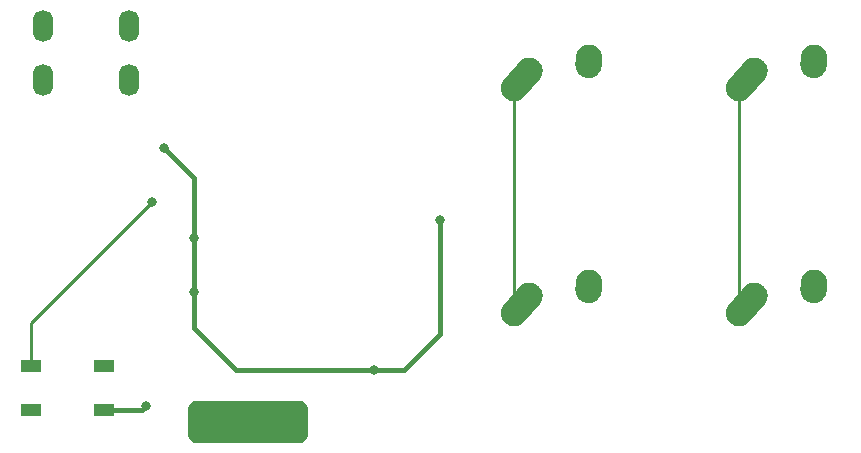
<source format=gtl>
%TF.GenerationSoftware,KiCad,Pcbnew,(5.1.6)-1*%
%TF.CreationDate,2020-06-28T09:04:37-05:00*%
%TF.ProjectId,PcbTUT,50636254-5554-42e6-9b69-6361645f7063,rev?*%
%TF.SameCoordinates,Original*%
%TF.FileFunction,Copper,L1,Top*%
%TF.FilePolarity,Positive*%
%FSLAX46Y46*%
G04 Gerber Fmt 4.6, Leading zero omitted, Abs format (unit mm)*
G04 Created by KiCad (PCBNEW (5.1.6)-1) date 2020-06-28 09:04:37*
%MOMM*%
%LPD*%
G01*
G04 APERTURE LIST*
%TA.AperFunction,ComponentPad*%
%ADD10C,2.250000*%
%TD*%
%TA.AperFunction,ComponentPad*%
%ADD11O,1.700000X2.700000*%
%TD*%
%TA.AperFunction,SMDPad,CuDef*%
%ADD12R,1.800000X1.100000*%
%TD*%
%TA.AperFunction,ViaPad*%
%ADD13C,0.800000*%
%TD*%
%TA.AperFunction,Conductor*%
%ADD14C,0.381000*%
%TD*%
%TA.AperFunction,Conductor*%
%ADD15C,0.254000*%
%TD*%
%TA.AperFunction,NonConductor*%
%ADD16C,0.254000*%
%TD*%
G04 APERTURE END LIST*
D10*
%TO.P,MX2,1*%
%TO.N,COL0*%
X110212500Y-103950000D03*
%TA.AperFunction,ComponentPad*%
G36*
G01*
X108151183Y-106247345D02*
X108151183Y-106247345D01*
G75*
G02*
X108065155Y-104658683I751317J837345D01*
G01*
X109375157Y-103198683D01*
G75*
G02*
X110963819Y-103112655I837345J-751317D01*
G01*
X110963819Y-103112655D01*
G75*
G02*
X111049847Y-104701317I-751317J-837345D01*
G01*
X109739845Y-106161317D01*
G75*
G02*
X108151183Y-106247345I-837345J751317D01*
G01*
G37*
%TD.AperFunction*%
%TO.P,MX2,2*%
%TO.N,Net-(D3-Pad2)*%
X115252500Y-102870000D03*
%TA.AperFunction,ComponentPad*%
G36*
G01*
X115135097Y-104572334D02*
X115135097Y-104572334D01*
G75*
G02*
X114090166Y-103372597I77403J1122334D01*
G01*
X114130166Y-102792597D01*
G75*
G02*
X115329903Y-101747666I1122334J-77403D01*
G01*
X115329903Y-101747666D01*
G75*
G02*
X116374834Y-102947403I-77403J-1122334D01*
G01*
X116334834Y-103527403D01*
G75*
G02*
X115135097Y-104572334I-1122334J77403D01*
G01*
G37*
%TD.AperFunction*%
%TD*%
D11*
%TO.P,USB1,6*%
%TO.N,Net-(USB1-Pad6)*%
X68994000Y-81127600D03*
X76294000Y-81127600D03*
X76294000Y-85627600D03*
X68994000Y-85627600D03*
%TD*%
D12*
%TO.P,SW1,4*%
%TO.N,N/C*%
X68020000Y-113610000D03*
%TO.P,SW1,3*%
X74220000Y-109910000D03*
%TO.P,SW1,2*%
%TO.N,Net-(R3-Pad2)*%
X68020000Y-109910000D03*
%TO.P,SW1,1*%
%TO.N,GND*%
X74220000Y-113610000D03*
%TD*%
D10*
%TO.P,MX3,1*%
%TO.N,COL1*%
X129262500Y-103950000D03*
%TA.AperFunction,ComponentPad*%
G36*
G01*
X127201183Y-106247345D02*
X127201183Y-106247345D01*
G75*
G02*
X127115155Y-104658683I751317J837345D01*
G01*
X128425157Y-103198683D01*
G75*
G02*
X130013819Y-103112655I837345J-751317D01*
G01*
X130013819Y-103112655D01*
G75*
G02*
X130099847Y-104701317I-751317J-837345D01*
G01*
X128789845Y-106161317D01*
G75*
G02*
X127201183Y-106247345I-837345J751317D01*
G01*
G37*
%TD.AperFunction*%
%TO.P,MX3,2*%
%TO.N,Net-(D4-Pad2)*%
X134302500Y-102870000D03*
%TA.AperFunction,ComponentPad*%
G36*
G01*
X134185097Y-104572334D02*
X134185097Y-104572334D01*
G75*
G02*
X133140166Y-103372597I77403J1122334D01*
G01*
X133180166Y-102792597D01*
G75*
G02*
X134379903Y-101747666I1122334J-77403D01*
G01*
X134379903Y-101747666D01*
G75*
G02*
X135424834Y-102947403I-77403J-1122334D01*
G01*
X135384834Y-103527403D01*
G75*
G02*
X134185097Y-104572334I-1122334J77403D01*
G01*
G37*
%TD.AperFunction*%
%TD*%
%TO.P,MX1,1*%
%TO.N,COL1*%
X129262500Y-84900000D03*
%TA.AperFunction,ComponentPad*%
G36*
G01*
X127201183Y-87197345D02*
X127201183Y-87197345D01*
G75*
G02*
X127115155Y-85608683I751317J837345D01*
G01*
X128425157Y-84148683D01*
G75*
G02*
X130013819Y-84062655I837345J-751317D01*
G01*
X130013819Y-84062655D01*
G75*
G02*
X130099847Y-85651317I-751317J-837345D01*
G01*
X128789845Y-87111317D01*
G75*
G02*
X127201183Y-87197345I-837345J751317D01*
G01*
G37*
%TD.AperFunction*%
%TO.P,MX1,2*%
%TO.N,Net-(D2-Pad2)*%
X134302500Y-83820000D03*
%TA.AperFunction,ComponentPad*%
G36*
G01*
X134185097Y-85522334D02*
X134185097Y-85522334D01*
G75*
G02*
X133140166Y-84322597I77403J1122334D01*
G01*
X133180166Y-83742597D01*
G75*
G02*
X134379903Y-82697666I1122334J-77403D01*
G01*
X134379903Y-82697666D01*
G75*
G02*
X135424834Y-83897403I-77403J-1122334D01*
G01*
X135384834Y-84477403D01*
G75*
G02*
X134185097Y-85522334I-1122334J77403D01*
G01*
G37*
%TD.AperFunction*%
%TD*%
%TO.P,MX0,1*%
%TO.N,COL0*%
X110212500Y-84900000D03*
%TA.AperFunction,ComponentPad*%
G36*
G01*
X108151183Y-87197345D02*
X108151183Y-87197345D01*
G75*
G02*
X108065155Y-85608683I751317J837345D01*
G01*
X109375157Y-84148683D01*
G75*
G02*
X110963819Y-84062655I837345J-751317D01*
G01*
X110963819Y-84062655D01*
G75*
G02*
X111049847Y-85651317I-751317J-837345D01*
G01*
X109739845Y-87111317D01*
G75*
G02*
X108151183Y-87197345I-837345J751317D01*
G01*
G37*
%TD.AperFunction*%
%TO.P,MX0,2*%
%TO.N,Net-(D1-Pad2)*%
X115252500Y-83820000D03*
%TA.AperFunction,ComponentPad*%
G36*
G01*
X115135097Y-85522334D02*
X115135097Y-85522334D01*
G75*
G02*
X114090166Y-84322597I77403J1122334D01*
G01*
X114130166Y-83742597D01*
G75*
G02*
X115329903Y-82697666I1122334J-77403D01*
G01*
X115329903Y-82697666D01*
G75*
G02*
X116374834Y-83897403I-77403J-1122334D01*
G01*
X116334834Y-84477403D01*
G75*
G02*
X115135097Y-85522334I-1122334J77403D01*
G01*
G37*
%TD.AperFunction*%
%TD*%
D13*
%TO.N,GND*%
X77724000Y-113284000D03*
%TO.N,+5V*%
X81788000Y-99060000D03*
X81788000Y-103632000D03*
X79248000Y-91440000D03*
X102616000Y-97536000D03*
X97028000Y-110236000D03*
%TO.N,Net-(R3-Pad2)*%
X78232000Y-96012000D03*
%TD*%
D14*
%TO.N,GND*%
X74220000Y-113610000D02*
X77398000Y-113610000D01*
X77398000Y-113610000D02*
X77724000Y-113284000D01*
%TO.N,+5V*%
X81788000Y-99060000D02*
X81788000Y-103632000D01*
X81788000Y-99060000D02*
X81788000Y-93980000D01*
X81788000Y-93980000D02*
X79248000Y-91440000D01*
X102616000Y-97536000D02*
X102616000Y-107188000D01*
X102616000Y-107188000D02*
X99568000Y-110236000D01*
X99568000Y-110236000D02*
X97028000Y-110236000D01*
X97028000Y-110236000D02*
X85344000Y-110236000D01*
X81788000Y-106680000D02*
X81788000Y-103632000D01*
X85344000Y-110236000D02*
X81788000Y-106680000D01*
D15*
%TO.N,COL0*%
X108902500Y-86360000D02*
X108902500Y-105410000D01*
X108902500Y-105410000D02*
X108902500Y-104838500D01*
%TO.N,COL1*%
X127952500Y-86360000D02*
X127952500Y-105410000D01*
%TO.N,Net-(R3-Pad2)*%
X68020000Y-109910000D02*
X68020000Y-106224000D01*
X68020000Y-106224000D02*
X78232000Y-96012000D01*
%TD*%
D16*
G36*
X91313000Y-113336606D02*
G01*
X91313000Y-115771394D01*
X90879394Y-116205000D01*
X81840606Y-116205000D01*
X81407000Y-115771394D01*
X81407000Y-113336606D01*
X81840606Y-112903000D01*
X90879394Y-112903000D01*
X91313000Y-113336606D01*
G37*
X91313000Y-113336606D02*
X91313000Y-115771394D01*
X90879394Y-116205000D01*
X81840606Y-116205000D01*
X81407000Y-115771394D01*
X81407000Y-113336606D01*
X81840606Y-112903000D01*
X90879394Y-112903000D01*
X91313000Y-113336606D01*
M02*

</source>
